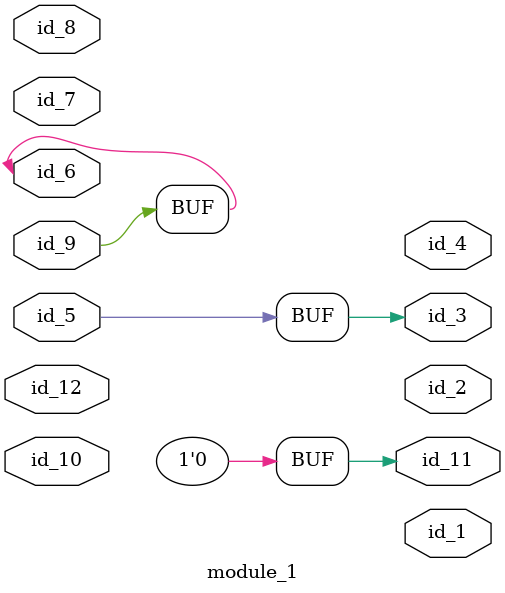
<source format=v>
module module_0 ();
  assign id_1 = id_1;
  assign id_2 = id_2 - 1'b0;
  wire id_3;
endmodule
module module_1 (
    id_1,
    id_2,
    id_3,
    id_4,
    id_5,
    id_6,
    id_7,
    id_8,
    id_9,
    id_10,
    id_11,
    id_12
);
  inout wire id_12;
  output wire id_11;
  input wire id_10;
  input wire id_9;
  input wire id_8;
  input wire id_7;
  inout wire id_6;
  inout wire id_5;
  output wire id_4;
  output wire id_3;
  output wire id_2;
  output wire id_1;
  wire id_13;
  assign id_11 = -1'b0;
  genvar id_14;
  initial id_6 = id_9;
  wire id_15;
  assign id_3 = (id_5);
  module_0 modCall_1 ();
endmodule

</source>
